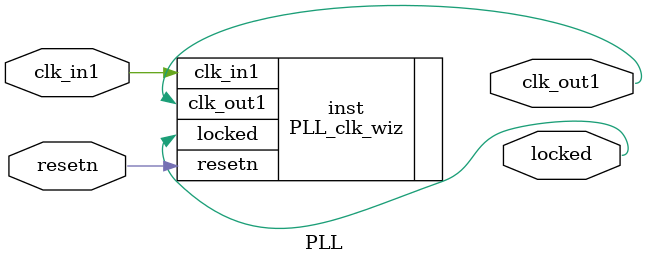
<source format=v>


`timescale 1ps/1ps

(* CORE_GENERATION_INFO = "PLL,clk_wiz_v6_0_4_0_0,{component_name=PLL,use_phase_alignment=true,use_min_o_jitter=false,use_max_i_jitter=false,use_dyn_phase_shift=false,use_inclk_switchover=false,use_dyn_reconfig=false,enable_axi=0,feedback_source=FDBK_AUTO,PRIMITIVE=PLL,num_out_clk=1,clkin1_period=20.000,clkin2_period=10.000,use_power_down=false,use_reset=true,use_locked=true,use_inclk_stopped=false,feedback_type=SINGLE,CLOCK_MGR_TYPE=NA,manual_override=false}" *)

module PLL 
 (
  // Clock out ports
  output        clk_out1,
  // Status and control signals
  input         resetn,
  output        locked,
 // Clock in ports
  input         clk_in1
 );

  PLL_clk_wiz inst
  (
  // Clock out ports  
  .clk_out1(clk_out1),
  // Status and control signals               
  .resetn(resetn), 
  .locked(locked),
 // Clock in ports
  .clk_in1(clk_in1)
  );

endmodule

</source>
